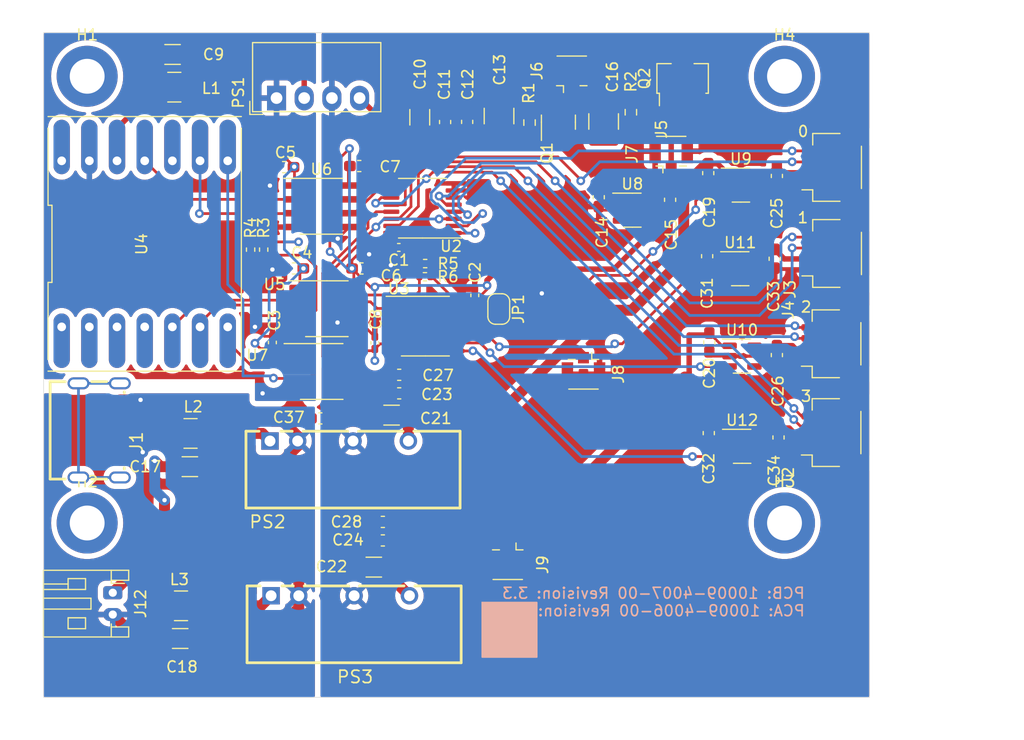
<source format=kicad_pcb>
(kicad_pcb (version 20221018) (generator pcbnew)
  (layers (0 "F.Cu" signal) (31 "B.Cu" signal) (34 "B.Paste" user) (35 "F.Paste" user) (36 "B.SilkS" user "B.Silkscreen") (37 "F.SilkS" user "F.Silkscreen") (38 "B.Mask" user) (39 "F.Mask" user) (44 "Edge.Cuts" user))
  (net 0 "")
  (net 1 "GND")
  (net 2 "Net-(PS1-+Vout)")
  (net 3 "Net-(Q1-B)")
  (net 4 "Net-(J7-In)")
  (net 5 "Net-(Q2-B)")
  (net 6 "/uart_power/power_in")
  (net 7 "/uart_power/gnd_in")
  (net 8 "Net-(J9-In)")
  (net 9 "VD")
  (net 10 "/A")
  (net 11 "/B")
  (net 12 "GNDPWR")
  (net 13 "Net-(J6-In)")
  (net 14 "Net-(J8-In)")
  (net 15 "Net-(PS1-+Vin)")
  (net 16 "Net-(PS3-+Vin)")
  (net 17 "/sda_mc")
  (net 18 "/scl_mc")
  (net 19 "/B_mc")
  (net 20 "/A_mc")
  (net 24 "Net-(PS2-+Vin)")
  (net 27 "/tx_mc")
  (net 28 "/rx_mc")
  (net 37 "/Vout0")
  (net 38 "/Vout2")
  (net 39 "/Vout1")
  (net 40 "/Vout3")
  (net 41 "/X0")
  (net 42 "/X1")
  (net 43 "/Y1")
  (net 44 "/X2")
  (net 45 "/Y2")
  (net 46 "/X3")
  (net 47 "/Y3")
  (net 48 "/Y0")
  (net 49 "/ena3")
  (net 50 "/ena2")
  (net 51 "/ena1")
  (net 52 "/ena0")
  (net 53 "VCC")
  (net 54 "Net-(JP1-A)")
  (net 55 "/scl")
  (net 56 "/sda")
  (net 57 "unconnected-(J1-SHIELD-Pad0)")
  (net 60 "/Sheet626DA5AD/rx")
  (net 61 "/Sheet626DA5AD/tx")
  (footprint "Capacitor_SMD:C_0402_1005Metric_Pad0.74x0.62mm_HandSolder" (layer "F.Cu") (at 120.601191 79.70925 180)
    (fp_text reference "C1")
    (fp_text value "100nF_0402")
  )
  (footprint "Connector_JST:JST_SH_SM04B-SRSS-TB_1x04-1MP_P1.00mm_Horizontal" (layer "F.Cu") (at 160.375 72.3625 90)
    (fp_text reference "J5")
    (fp_text value "JST_SH_Conn_01x04_i2c_uart_horizontal")
  )
  (footprint "Connector_JST:JST_SH_SM04B-SRSS-TB_1x04-1MP_P1.00mm_Horizontal" (layer "F.Cu") (at 160.375 80.2625 90)
    (fp_text reference "J3")
    (fp_text value "JST_SH_Conn_01x04_i2c_uart_horizontal")
  )
  (footprint "Connector_JST:JST_SH_SM04B-SRSS-TB_1x04-1MP_P1.00mm_Horizontal" (layer "F.Cu") (at 160.325 88.55 90)
    (fp_text reference "J4")
    (fp_text value "JST_SH_Conn_01x04_i2c_uart_horizontal")
  )
  (footprint "Connector_JST:JST_SH_SM04B-SRSS-TB_1x04-1MP_P1.00mm_Horizontal" (layer "F.Cu") (at 160.325 96.7 90)
    (fp_text reference "J2")
    (fp_text value "JST_SH_Conn_01x04_i2c_uart_horizontal")
  )
  (footprint "Connector_Coaxial:U.FL_Hirose_U.FL-R-SMT-1_Vertical" (layer "F.Cu") (at 145.6 71.35 90)
    (fp_text reference "J7")
    (fp_text value "Conn_Coaxial")
  )
  (footprint "Package_SO:TSSOP-16_4.4x5mm_P0.65mm" (layer "F.Cu") (at 122.776191 76.10925 180)
    (fp_text reference "U2")
    (fp_text value "4052")
  )
  (footprint "Capacitor_SMD:C_0603_1608Metric_Pad1.08x0.95mm_HandSolder" (layer "F.Cu") (at 110.975 81.6375 180)
    (fp_text reference "C4")
    (fp_text value "100nF")
  )
  (footprint "Capacitor_SMD:C_0603_1608Metric_Pad1.08x0.95mm_HandSolder" (layer "F.Cu") (at 117.175 81.6375 180)
    (fp_text reference "C6")
    (fp_text value "100nF")
  )
  (footprint "Capacitor_SMD:C_0603_1608Metric_Pad1.08x0.95mm_HandSolder" (layer "F.Cu") (at 116.975 72.2375 180)
    (fp_text reference "C7")
    (fp_text value "100nF")
  )
  (footprint "Capacitor_SMD:C_0603_1608Metric_Pad1.08x0.95mm_HandSolder" (layer "F.Cu") (at 110.075 72.3375 180)
    (fp_text reference "C5")
    (fp_text value "100nF")
  )
  (footprint "Connector_Coaxial:U.FL_Hirose_U.FL-R-SMT-1_Vertical" (layer "F.Cu") (at 136.475 63.98 90)
    (fp_text reference "J6")
    (fp_text value "Conn_Coaxial")
  )
  (footprint "MountingHole:MountingHole_3.2mm_M3_DIN965_Pad" (layer "F.Cu") (at 92 64)
    (fp_text reference "H1")
    (fp_text value "MountingHole")
  )
  (footprint "MountingHole:MountingHole_3.2mm_M3_DIN965_Pad" (layer "F.Cu") (at 92 105)
    (fp_text reference "H2")
    (fp_text value "MountingHole")
  )
  (footprint "Package_SO:TSSOP-16_4.4x5mm_P0.65mm" (layer "F.Cu") (at 123.038691 86.93425)
    (fp_text reference "U3")
    (fp_text value "PCA8550PW,112")
  )
  (footprint "Jumper:SolderJumper-2_P1.3mm_Open_RoundedPad1.0x1.5mm" (layer "F.Cu") (at 129.776191 85.35925 -90)
    (fp_text reference "JP1")
    (fp_text value "SolderJumper_2_Open")
  )
  (footprint "Capacitor_SMD:C_0603_1608Metric_Pad1.08x0.95mm_HandSolder" (layer "F.Cu") (at 126.875 68.1875 -90)
    (fp_text reference "C12")
    (fp_text value "10nF")
  )
  (footprint "Capacitor_SMD:C_0603_1608Metric_Pad1.08x0.95mm_HandSolder" (layer "F.Cu") (at 119.1375 106.6)
    (fp_text reference "C24")
    (fp_text value "100nF")
  )
  (footprint "Resistor_SMD:R_0603_1608Metric_Pad0.98x0.95mm_HandSolder" (layer "F.Cu") (at 141.9 67.3 -90)
    (fp_text reference "R2")
    (fp_text value "1K")
  )
  (footprint "Package_TO_SOT_SMD:SOT-23-5" (layer "F.Cu") (at 152 73.9875)
    (fp_text reference "U9")
    (fp_text value "LP5907MFX-3.3")
  )
  (footprint "Capacitor_SMD:C_0603_1608Metric_Pad1.08x0.95mm_HandSolder" (layer "F.Cu") (at 120.6375 91.4)
    (fp_text reference "C27")
    (fp_text value "10nF")
  )
  (footprint "Connector_JST:JST_PH_S2B-PH-K_1x02_P2.00mm_Horizontal" (layer "F.Cu") (at 94.35 111.4 -90)
    (fp_text reference "J12")
    (fp_text value "JST-B2B-PH-0JLC")
  )
  (footprint "Resistor_SMD:R_0402_1005Metric" (layer "F.Cu") (at 123 82.4 180)
    (fp_text reference "R6")
    (fp_text value "4.7K")
  )
  (footprint "Capacitor_SMD:C_1206_3216Metric_Pad1.33x1.80mm_HandSolder" (layer "F.Cu") (at 99.8375 62)
    (fp_text reference "C9")
    (fp_text value "4.7uF_1206_50V")
  )
  (footprint "0my_footprints7:PWRM-TH_B0505S-2WR2_C2992385" (layer "F.Cu") (at 115.13 97.475)
    (fp_text reference "PS2")
    (fp_text value "B0505S-2WR2" hide)
  )
  (footprint "Resistor_SMD:R_0402_1005Metric" (layer "F.Cu") (at 123.02 81.19 180)
    (fp_text reference "R5")
    (fp_text value "4.7K")
  )
  (footprint "Capacitor_SMD:C_0603_1608Metric_Pad1.08x0.95mm_HandSolder" (layer "F.Cu") (at 148.9 80.5125 -90)
    (fp_text reference "C31")
    (fp_text value "1uF")
  )
  (footprint "Inductor_SMD:L_1210_3225Metric_Pad1.42x2.65mm_HandSolder" (layer "F.Cu") (at 100.6125 112.6 180)
    (fp_text reference "L3")
    (fp_text value "6.8uH")
  )
  (footprint "Capacitor_SMD:C_1206_3216Metric_Pad1.33x1.80mm_HandSolder" (layer "F.Cu") (at 118.3075 109.05 180)
    (fp_text reference "C22")
    (fp_text value "10uF_1206_50V")
  )
  (footprint "Package_TO_SOT_SMD:SOT-89-3" (layer "F.Cu") (at 146.65 64.2 90)
    (fp_text reference "Q2")
    (fp_text value "ZXTN2010ZTA")
  )
  (footprint "Package_TO_SOT_SMD:SOT-23-5" (layer "F.Cu") (at 152.1125 97.9625)
    (fp_text reference "U12")
    (fp_text value "LP5907MFX-3.3")
  )
  (footprint "Inductor_SMD:L_1210_3225Metric_Pad1.42x2.65mm_HandSolder" (layer "F.Cu") (at 101.4875 96.78 180)
    (fp_text reference "L2")
    (fp_text value "6.8uH")
  )
  (footprint "MountingHole:MountingHole_3.2mm_M3_DIN965_Pad" (layer "F.Cu") (at 156 64)
    (fp_text reference "H4")
    (fp_text value "MountingHole")
  )
  (footprint "Connector_Coaxial:U.FL_Hirose_U.FL-R-SMT-1_Vertical" (layer "F.Cu") (at 137.55 90.875 -90)
    (fp_text reference "J8")
    (fp_text value "Conn_Coaxial")
  )
  (footprint "Converter_DCDC:Converter_DCDC_Murata_MEE1SxxxxSC_THT" (layer "F.Cu") (at 109.38 66 90)
    (fp_text reference "PS1")
    (fp_text value "B0305S")
  )
  (footprint "Capacitor_SMD:C_0603_1608Metric_Pad1.08x0.95mm_HandSolder" (layer "F.Cu") (at 119.1375 104.9)
    (fp_text reference "C28")
    (fp_text value "10nF")
  )
  (footprint "Capacitor_SMD:C_0603_1608Metric_Pad1.08x0.95mm_HandSolder" (layer "F.Cu") (at 149.1 88.425 -90)
    (fp_text reference "C20")
    (fp_text value "1uF")
  )
  (footprint "Capacitor_SMD:C_0402_1005Metric_Pad0.74x0.62mm_HandSolder" (layer "F.Cu") (at 127.576191 84.10925 90)
    (fp_text reference "C2")
    (fp_text value "100nF_0402")
  )
  (footprint "Package_SO:SOIC-8_3.9x4.9mm_P1.27mm" (layer "F.Cu") (at 113.5 75.9325)
    (fp_text reference "U6")
    (fp_text value "PI120")
  )
  (footprint "Package_SO:SOIC-8_3.9x4.9mm_P1.27mm" (layer "F.Cu") (at 114 85.3325)
    (fp_text reference "U5")
    (fp_text value "ISO1541")
  )
  (footprint "Capacitor_SMD:C_1210_3225Metric_Pad1.33x2.70mm_HandSolder" (layer "F.Cu") (at 129.8 67.65 90)
    (fp_text reference "C13")
    (fp_text value "47uF")
  )
  (footprint "Resistor_SMD:R_0402_1005Metric" (layer "F.Cu") (at 108.2 79.91 90)
    (fp_text reference "R3")
    (fp_text value "4.7K")
  )
  (footprint "Capacitor_SMD:C_0603_1608Metric_Pad1.08x0.95mm_HandSolder" (layer "F.Cu") (at 149.05 96.75 -90)
    (fp_text reference "C32")
    (fp_text value "1uF")
  )
  (footprint "Resistor_SMD:R_0603_1608Metric_Pad0.98x0.95mm_HandSolder" (layer "F.Cu") (at 132.6 68.25 -90)
    (fp_text reference "R1")
    (fp_text value "1K")
  )
  (footprint "Package_TO_SOT_SMD:SOT-23-5" (layer "F.Cu") (at 142.0375 76.2875)
    (fp_text reference "U8")
    (fp_text value "LP5907MFX-3.3")
  )
  (footprint "0my_footprints7:DIP-XIAO-QTPY" (layer "F.Cu") (at 97.28 79.38)
    (fp_text reference "U4")
    (fp_text value "seeed_rp2040")
  )
  (footprint "Resistor_SMD:R_0402_1005Metric" (layer "F.Cu") (at 107 79.91 90)
    (fp_text reference "R4")
    (fp_text value "4.7K")
  )
  (footprint "Capacitor_SMD:C_1206_3216Metric_Pad1.33x1.80mm_HandSolder" (layer "F.Cu") (at 101.425 99.83)
    (fp_text reference "C17")
    (fp_text value "4.7uF_1206_50V")
  )
  (footprint "Capacitor_SMD:C_0603_1608Metric_Pad1.08x0.95mm_HandSolder" (layer "F.Cu") (at 155.1 80.75 -90)
    (fp_text reference "C33")
    (fp_text value "1uF")
  )
  (footprint "0my_footprints6:USB-C-SMD_TYPE-603-T3" (layer "F.Cu") (at 93.103 96.5 -90)
    (fp_text reference "J1")
    (fp_text value "USB_C_TYPE_603_T3" hide)
  )
  (footprint "Capacitor_SMD:C_0603_1608Metric_Pad1.08x0.95mm_HandSolder" (layer "F.Cu") (at 138.95 75.1 -90)
    (fp_text reference "C14")
    (fp_text value "1uF")
  )
  (footprint "Capacitor_SMD:C_1210_3225Metric_Pad1.33x2.70mm_HandSolder" (layer "F.Cu") (at 139.4 68.15 90)
    (fp_text reference "C16")
    (fp_text value "47uF")
  )
  (footprint "Package_TO_SOT_SMD:SOT-23-5" (layer "F.Cu") (at 152.1 89.6875)
    (fp_text reference "U10")
    (fp_text value "LP5907MFX-3.3")
  )
  (footprint "Inductor_SMD:L_1210_3225Metric_Pad1.42x2.65mm_HandSolder" (layer "F.Cu") (at 100 65 180)
    (fp_text reference "L1")
    (fp_text value "6.8uH")
  )
  (footprint "Capacitor_SMD:C_0402_1005Metric_Pad0.74x0.62mm_HandSolder" (layer "F.Cu") (at 118.4 88.4675 90)
    (fp_text reference "C8")
    (fp_text value "100nF_0402")
  )
  (footprint "0my_footprints7:PWRM-TH_B0505S-2WR2_C2992385" (layer "F.Cu") (at 115.23 111.675)
    (fp_text reference "PS3")
    (fp_text value "B0505S-2WR2" hide)
  )
  (footprint "Capacitor_SMD:C_0603_1608Metric_Pad1.08x0.95mm_HandSolder" (layer "F.Cu") (at 124.85 68.2 -90)
    (fp_text reference "C11")
    (fp_text value "100nF")
  )
  (footprint "Package_SO:SOIC-8_3.9x4.9mm_P1.27mm" (layer "F.Cu") (at 113.525 91.095)
    (fp_text reference "U7")
    (fp_text value "PI121")
  )
  (footprint "Package_TO_SOT_SMD:SOT-23-5" (layer "F.Cu") (at 151.9375 81.6625)
    (fp_text reference "U11")
    (fp_text value "LP5907MFX-3.3")
  )
  (footprint "Package_TO_SOT_SMD:SOT-23" (layer "F.Cu") (at 135.25 68.2125 90)
    (fp_text reference "Q1")
    (fp_text value "BC847C")
  )
  (footprint "Capacitor_SMD:C_0603_1608Metric_Pad1.08x0.95mm_HandSolder" (layer "F.Cu") (at 155.3 89.5875 -90)
    (fp_text reference "C26")
    (fp_text value "1uF")
  )
  (footprint "Capacitor_SMD:C_0603_1608Metric_Pad1.08x0.95mm_HandSolder" (layer "F.Cu") (at 149 72.8875 -90)
    (fp_text reference "C19")
    (fp_text value "1uF")
  )
  (footprint "Capacitor_SMD:C_1206_3216Metric_Pad1.33x1.80mm_HandSolder" (layer "F.Cu") (at 100.5375 115.6)
    (fp_text reference "C18")
    (fp_text value "4.7uF_1206_50V")
  )
  (footprint "Capacitor_SMD:C_0603_1608Metric_Pad1.08x0.95mm_HandSolder" (layer "F.Cu") (at 155.3 73.15 -90)
    (fp_text reference "C25")
    (fp_text value "1uF")
  )
  (footprint "Connector_Coaxial:U.FL_Hirose_U.FL-R-SMT-1_Vertical" (layer "F.Cu") (at 130.6 108.35 -90)
    (fp_text reference "J9")
    (fp_text value "Conn_Coaxial")
  )
  (footprint "Capacitor_SMD:C_0603_1608Metric_Pad1.08x0.95mm_HandSolder" (layer "F.Cu") (at 113.4 95.4)
    (fp_text reference "C37")
    (fp_text value "1nF")
  )
  (footprint "MountingHole:MountingHole_3.2mm_M3_DIN965_Pad" (layer "F.Cu") (at 156 105)
    (fp_text reference "H3")
    (fp_text value "MountingHole")
  )
  (footprint "Capacitor_SMD:C_1206_3216Metric_Pad1.33x1.80mm_HandSolder" (layer "F.Cu") (at 122.525 67.7625 90)
    (fp_text reference "C10")
    (fp_text value "10uF_1206_50V")
  )
  (footprint "Capacitor_SMD:C_0603_1608Metric_Pad1.08x0.95mm_HandSolder" (layer "F.Cu") (at 145.5 75.3375 -90)
    (fp_text reference "C15")
    (fp_text value "1uF")
  )
  (footprint "Capacitor_SMD:C_0603_1608Metric_Pad1.08x0.95mm_HandSolder" (layer "F.Cu") (at 120.6375 93.1)
    (fp_text reference "C23")
    (fp_text value "100nF")
  )
  (footprint "Capacitor_SMD:C_0402_1005Metric_Pad0.74x0.62mm_HandSolder" (layer "F.Cu") (at 109 88.4325 90)
    (fp_text reference "C3")
    (fp_text value "100nF_0402")
  )
  (footprint "Capacitor_SMD:C_1206_3216Metric_Pad1.33x1.80mm_HandSolder" (layer "F.Cu") (at 119.9375 95.1 180)
    (fp_text reference "C21")
    (fp_text value "10uF_1206_50V")
  )
  (footprint "Capacitor_SMD:C_0603_1608Metric_Pad1.08x0.95mm_HandSolder" (layer "F.Cu") (at 155.45 97.15 -90)
    (fp_text reference "C34")
    (fp_text value "1uF")
  )
  (gr_rect (start 128.26 112.3) (end 133.26 117.3) (stroke (width 0.15)) (fill solid) (layer "B.SilkS"))
  (gr_rect (start 88 60) (end 163.8 121) (stroke (width 0.05)) (fill none) (layer "Edge.Cuts"))
  (gr_text "PCB: 10009-4007-00 Revision: 3.3\nPCA: 10009-4006-00 Revision: " (at 157.95 113.64) (layer "B.SilkS") (effects (font (size 1 1)) (justify left bottom mirror)))
  (gr_text "1\n" (at 157.11 77.5625) (layer "F.SilkS") (effects (font (size 1 1)) (justify left bottom)))
  (gr_text "0" (at 157.13 69.65) (layer "F.SilkS") (effects (font (size 1 1)) (justify left bottom)))
  (gr_text "3" (at 157.41 93.95) (layer "F.SilkS") (effects (font (size 1 1)) (justify left bottom)))
  (gr_text "2\n" (at 157.41 85.76) (layer "F.SilkS") (effects (font (size 1 1)) (justify left bottom)))
  (segment (start 118.05 81.6375) (end 119.575 81.6375) (width 0.25) (layer "F.Cu") (net 1))
  (segment (start 115.975 77.9245) (end 114.9995 78.9) (width 0.25) (layer "F.Cu") (net 1))
  (segment (start 119.575 81.6375) (end 119.875 81.3375) (width 0.25) (layer "F.Cu") (net 1))
  (segment (start 150.8625 73.9875) (end 149.2375 73.9875) (width 0.5) (layer "F.Cu") (net 1))
  (segment (start 154.5375 89.6875) (end 155.3 90.45) (width 0.25) (layer "F.Cu") (net 1))
  (segment (start 129.176191 86.60925) (end 125.901191 86.60925) (width 0.25) (layer "F.Cu") (net 1))
  (segment (start 149.5 89.6875) (end 149.1 89.2875) (width 0.25) (layer "F.Cu") (net 1))
  (segment (start 150.9625 89.6875) (end 154.5375 89.6875) (width 0.25) (layer "F.Cu") (net 1))
  (segment (start 115.612 87.2375) (end 114.9745 86.6) (width 0.25) (layer "F.Cu") (net 1))
  (segment (start 115.975 77.8375) (end 115.975 77.9245) (width 0.25) (layer "F.Cu") (net 1))
  (segment (start 116.475 87.2375) (end 115.612 87.2375) (width 0.25) (layer "F.Cu") (net 1))
  (segment (start 118.05 81.6375) (end 118.05 80.5125) (width 0.25) (layer "F.Cu") (net 1))
  (segment (start 150.8 81.6625) (end 149.1875 81.6625) (width 0.5) (layer "F.Cu") (net 1))
  (segment (start 118.05 80.5125) (end 117.875 80.3375) (width 0.25) (layer "F.Cu") (net 1))
  (segment (start 116.475 87.2375) (end 117.7375 87.2375) (width 0.25) (layer "F.Cu") (net 1))
  (segment (start 149.2375 73.9875) (end 149 73.75) (width 0.5) (layer "F.Cu") (net 1))
  (segment (start 117.7375 87.2375) (end 118.4 87.9) (width 0.25) (layer "F.Cu") (net 1))
  (segment (start 139.275 76.2875) (end 138.95 75.9625) (width 0.25) (layer "F.Cu") (net 1))
  (segment (start 149.05 97.6125) (end 148.2625 97.6125) (width 0.25) (layer "F.Cu") (net 1))
  (segment (start 150.9625 89.6875) (end 149.5 89.6875) (width 0.25) (layer "F.Cu") (net 1))
  (segment (start 149.1875 81.6625) (end 148.9 81.375) (width 0.5) (layer "F.Cu") (net 1))
  (segment (start 129.776191 86.00925) (end 129.176191 86.60925) (width 0.25) (layer "F.Cu") (net 1))
  (segment (start 140.9 76.2875) (end 139.275 76.2875) (width 0.25) (layer "F.Cu") (net 1))
  (via (at 114.9745 86.6) (size 0.8) (drill 0.4) (layers "F.Cu" "B.Cu") (net 1))
  (via (at 114.9995 78.9) (size 0.8) (drill 0.4) (layers "F.Cu" "B.Cu") (net 1))
  (via (at 133.725 83.925) (size 0.8) (drill 0.4) (layers "F.Cu" "B.Cu") (net 1))
  (via (at 119.875 81.3375) (size 0.8) (drill 0.4) (layers "F.Cu" "B.Cu") (net 1))
  (via (at 117.875 80.3375) (size 0.8) (drill 0.4) (layers "F.Cu" "B.Cu") (net 1))
  (segment (start 117.225451 79.687951) (end 117.225451 77.449951) (width 0.25) (layer "B.Cu") (net 1))
  (segment (start 117.875 80.3375) (end 117.225451 79.687951) (width 0.25) (layer "B.Cu") (net 1))
  (segment (start 135.1875 67.3375) (end 135.25 67.275) (width 0.5) (layer "F.Cu") (net 2))
  (segment (start 126.8625 69.0625) (end 126.875 69.05) (width 0.5) (layer "F.Cu") (net 2))
  (segment (start 128.325 67.6) (end 132.3375 67.6) (width 0.5) (layer "F.Cu") (net 2))
  (segment (start 132.3375 67.6) (end 132.6 67.3375) (width 0.5) (layer "F.Cu") (net 2))
  (segment (start 124.5875 69.325) (end 124.85 69.0625) (width 0.5) (layer "F.Cu") (net 2))
  (segment (start 122.525 69.325) (end 124.5875 69.325) (width 0.5) (layer "F.Cu") (net 2))
  (segment (start 122.45 69.4) (end 122.525 69.325) (width 0.5) (layer "F.Cu") (net 2))
  (segment (start 132.6 67.3375) (end 135.1875 67.3375) (width 0.5) (layer "F.Cu") (net 2))
  (segment (start 120.4 69.4) (end 122.45 69.4) (width 0.5) (layer "F.Cu") (net 2))
  (segment (start 124.85 69.0625) (end 126.8625 69.0625) (width 0.5) (layer "F.Cu") (net 2))
  (segment (start 117 66) (end 120.4 69.4) (width 0.5) (layer "F.Cu") (net 2))
  (segment (start 126.875 69.05) (end 128.325 67.6) (width 0.5) (layer "F.Cu") (net 2))
  (segment (start 134.2375 69.2125) (end 134.3 69.15) (width 0.5) (layer "F.Cu") (net 3))
  (segment (start 129.8 69.2125) (end 134.2375 69.2125) (width 0.5) (layer "F.Cu") (net 3))
  (segment (start 138.95 74.2375) (end 139.8 74.2375) (width 0.5) (layer "F.Cu") (net 4))
  (segment (start 143.7625 74.2375) (end 139.8 74.2375) (width 0.5) (layer "F.Cu") (net 4))
  (segment (start 139.8 74.2375) (end 140.9 75.3375) (width 0.5) (layer "F.Cu") (net 4))
  (segment (start 145.6 72.4) (end 143.7625 74.2375) (width 0.5) (layer "F.Cu") (net 4))
  (segment (start 141.461028 75.3375) (end 142.0125 75.888972) (width 0.5) (layer "F.Cu") (net 4))
  (segment (start 138.4625 74.2375) (end 138.95 74.2375) (width 0.5) (layer "F.Cu") (net 4))
  (segment (start 148.15 66.15) (end 148.15 67.3) (width 0.5) (layer "F.Cu") (net 4))
  (segment (start 140.9 75.3375) (end 141.461028 75.3375) (width 0.5) (layer "F.Cu") (net 4))
  (segment (start 148.15 67.3) (end 145.6 69.85) (width 0.5) (layer "F.Cu") (net 4))
  (segment (start 142.0125 76.686028) (end 141.461028 77.2375) (width 0.5) (layer "F.Cu") (net 4))
  (segment (start 142.0125 75.888972) (end 142.0125 76.686028) (width 0.5) (layer "F.Cu") (net 4))
  (segment (start 141.461028 77.2375) (end 140.9 77.2375) (width 0.5) (layer "F.Cu") (net 4))
  (segment (start 145.6 69.85) (end 145.6 72.4) (width 0.5) (layer "F.Cu") (net 4))
  (segment (start 139.4 69.7125) (end 140.4 69.7125) (width 0.5) (layer "F.Cu") (net 5))
  (segment (start 145.125 66.15) (end 145.15 66.15) (width 0.5) (layer "F.Cu") (net 5))
  (segment (start 140.4 69.7125) (end 141.9 68.2125) (width 0.5) (layer "F.Cu") (net 5))
  (segment (start 143.0625 68.2125) (end 145.125 66.15) (width 0.5) (layer "F.Cu") (net 5))
  (segment (start 141.9 68.2125) (end 143.0625 68.2125) (width 0.5) (layer "F.Cu") (net 5))
  (segment (start 96.9 97.1) (end 95.98 98.02) (width 0.25) (layer "F.Cu") (net 6))
  (segment (start 96.9 95.9) (end 96.9 96.8) (width 0.25) (layer "F.Cu") (net 6))
  (segment (start 95.98 98.02) (end 95.001 98.02) (width 0.25) (layer "F.Cu") (net 6))
  (segment (start 95.004 94.98) (end 95.98 94.98) (width 0.25) (layer "F.Cu") (net 6))
  (segment (start 99.1 106.65) (end 94.35 111.4) (width 1) (layer "F.Cu") (net 6))
  (segment (start 100 96.78) (end 96.92 96.78) (width 1) (layer "F.Cu") (net 6))
  (segment (start 96.9 96.8) (end 96.9 97.1) (width 0.25) (layer "F.Cu") (net 6))
  (segment (start 99.8625 99.83) (end 98.73 99.83) (width 1) (layer "F.Cu") (net 6))
  (segment (start 98.975 112.75) (end 99.125 112.6) (width 1) (layer "F.Cu") (net 6))
  (segment (start 100 99.6925) (end 99.8625 99.83) (width 1) (layer "F.Cu") (net 6))
  (segment (start 96.92 96.78) (end 96.9 96.8) (width 1) (layer "F.Cu") (net 6))
  (segment (start 99.1 102.9) (end 99.1 106.65) (width 1) (layer "F.Cu") (net 6))
  (segment (start 95.98 94.98) (end 96.9 95.9) (width 0.25) (layer "F.Cu") (net 6))
  (segment (start 100 96.78) (end 100 99.6925) (width 1) (layer "F.Cu") (net 6))
  (segment (start 99.1 102.9) (end 99.1 112.575) (width 1) (layer "F.Cu") (net 6))
  (segment (start 98.975 115.6) (end 98.975 112.75) (width 1) (layer "F.Cu") (net 6))
  (segment (start 99.1 112.575) (end 99.125 112.6) (width 1) (layer "F.Cu") (net 6))
  (segment (start 98.73 99.83) (end 98.2 99.3) (width 1) (layer "F.Cu") (net 6))
  (via (at 98.2 99.3) (size 0.8) (drill 0.4) (layers "F.Cu" "B.Cu") (net 6))
  (via (at 99.1 102.9) (size 0.8) (drill 0.4) (layers "F.Cu" "B.Cu") (net 6))
  (segment (start 98.2 102) (end 99.1 102.9) (width 1) (layer "B.Cu") (net 6))
  (segment (start 98.2 99.3) (end 98.2 102) (width 1) (layer "B.Cu") (net 6))
  (segment (start 92.5 97.698) (end 94.052 99.25) (width 0.25) (layer "F.Cu") (net 7))
  (segment (start 111.42 101.825) (end 109.425 99.83) (width 1) (layer "F.Cu") (net 7))
  (segment (start 102.1 115.6) (end 100.5 117.2) (width 1) (layer "F.Cu") (net 7))
  (segment (start 102.9875 99.83) (end 109.425 99.83) (width 1) (layer "F.Cu") (net 7))
  (segment (start 104.4 94.4) (end 105.4 95.4) (width 1) (layer "F.Cu") (net 7))
  (segment (start 95.95 99.25) (end 95.002 99.25) (width 1) (layer "F.Cu") (net 7))
  (segment (start 96.9 93.7) (end 95.052 93.7) (width 1) (layer "F.Cu") (net 7))
  (segment (start 111.42 111.675) (end 111.42 101.825) (width 1) (layer "F.Cu") (net 7))
  (segment (start 95.002 93.75) (end 94.052 93.75) (width 0.25) (layer "F.Cu") (net 7))
  (segment (start 111.32 97.02) (end 111.32 97.475) (width 1) (layer "F.Cu") (net 7))
  (segment (start 98.15 117.2) (end 94.35 113.4) (width 1) (layer "F.Cu") (net 7))
  (segment (start 96.7 98.5) (end 97.1 98.5) (width 1) (layer "F.Cu") (net 7))
  (segment (start 98.3 94.4) (end 104.4 94.4) (width 1) (layer "F.Cu") (net 7))
  (segment (start 97.6 93.7) (end 98.3 94.4) (width 1) (layer "F.Cu") (net 7))
  (segment (start 109.7 95.4) (end 111.32 97.02) (width 1) (layer "F.Cu") (net 7))
  (segment (start 102.9875 99.83) (end 101.3875 101.43) (width 1) (layer "F.Cu") (net 7))
  (segment (start 100.5 117.2) (end 98.15 117.2) (width 1) (layer "F.Cu") (net 7))
  (segment (start 94.052 99.25) (end 95.002 99.25) (width 0.25) (layer "F.Cu") (net 7))
  (segment (start 98.13 101.43) (end 95.95 99.25) (width 1) (layer "F.Cu") (net 7))
  (segment (start 95.95 99.25) (end 96.7 98.5) (width 1) (layer "F.Cu") (net 7))
  (segment (start 102.1 115.6) (end 108.62637 115.6) (width 1) (layer "F.Cu") (net 7))
  (segment (start 94.052 93.75) (end 92.5 95.302) (width 0.25) (layer "F.Cu") (net 7))
  (segment (start 96.9 93.7) (end 97.6 93.7) (width 1) (layer "F.Cu") (net 7))
  (segment (start 95.052 93.7) (end 95.002 93.75) (width 1) (layer "F.Cu") (net 7))
  (segment (start 109.425 99.83) (end 111.32 97.935) (width 1) (layer "F.Cu") (net 7))
  (segment (start 105.4 95.4) (end 109.7 95.4) (width 1) (layer "F.Cu") (net 7))
  (segment (start 108.62637 115.6) (end 111.42 112.80637) (width 1) (layer "F.Cu") (net 7))
  (segment (start 111.32 97.935) (end 111.32 97.475) (width 1) (layer "F.Cu") (net 7))
  (segment (start 111.42 112.80637) (end 111.42 111.675) (width 1) (layer "F.Cu") (net 7))
  (segment (start 92.5 95.302) (end 92.5 97.698) (width 0.25) (layer "F.Cu") (net 7))
  (segment (start 101.3875 101.43) (end 98.13 101.43) (width 1) (layer "F.Cu") (net 7))
  (via (at 97.1 98.5) (size 0.8) (drill 0.4) (layers "F.Cu" "B.Cu") (net 7))
  (via (at 96.9 93.7) (size 0.8) (drill 0.4) (layers "F.Cu" "B.Cu") (net 7))
  (segment (start 97.1 98.5) (end 97.1 93.9) (width 1) (layer "B.Cu") (net 7))
  (segment (start 97.1 93.9) (end 96.9 93.7) (width 1) (layer "B.Cu") (net 7))
  (segment (start 132.625 105.825) (end 146.2875 92.1625) (width 1) (layer "F.Cu") (net 8))
  (segment (start 150.275 88.7375) (end 149.1 87.5625) (width 0.25) (layer "F.Cu") (net 8))
  (segment (start 127.825 105.825) (end 130.5 105.825) (width 1) (layer "F.Cu") (net 8))
  (segment (start 147.775 94.6125) (end 147.775 92.525) (width 0.5) (layer "F.Cu") (net 8))
  (segment (start 147.775 92.525) (end 146.85 91.6) (width 0.5) (layer "F.Cu") (net 8))
  (segment (start 130.5 105.825) (end 130.5 107.2) (width 1) (layer "F.Cu") (net 8))
  (segment (start 146.2875 92.1625) (end 146.85 91.6) (width 1) (layer "F.Cu") (net 8))
  (segment (start 147.25 91.2) (end 146.2875 92.1625) (width 0.5) (layer "F.Cu") (net 8))
  (segment (start 147.25 87.75) (end 148.9125 87.75) (width 0.5) (layer "F.Cu") (net 8))
  (segment (start 149.05 95.8875) (end 147.775 94.6125) (width 0.5) (layer "F.Cu") (net 8))
  (segment (start 147.25 87.75) (end 147.25 91.2) (width 0.5) (layer "F.Cu") (net 8))
  (segment (start 150.9625 88.7375) (end 150.275 88.7375) (width 0.25) (layer "F.Cu") (net 8))
  (segment (start 120 104.9) (end 126.9 104.9) (width 1) (layer "F.Cu") (net 8))
  (segment (start 148.9125 87.75) (end 149.1 87.5625) (width 0.5) (layer "F.Cu") (net 8))
  (segment (start 149.05 95.8875) (end 149.85 95.8875) (width 0.5) (layer "F.Cu") (net 8))
  (segment (start 120 110.095) (end 121.58 111.675) (width 1) (layer "F.Cu") (net 8))
  (segment (start 130.5 107.2) (end 130.6 107.3) (width 1) (layer "F.Cu") (net 8))
  (segment (start 126.9 104.9) (end 127.825 105.825) (width 1) (layer "F.Cu") (net 8))
  (segment (start 149.85 95.8875) (end 150.975 97.0125) (width 0.5) (layer "F.Cu") (net 8))
  (segment (start 130.5 105.825) (end 132.625 105.825) (width 1) (layer "F.Cu") (net 8))
  (segment (start 120 104.9) (end 120 110.095) (width 1) (layer "F.Cu") (net 8))
  (segment (start 111.05 89.19) (end 109.19 89.19) (width 0.25) (layer "F.Cu") (net 9))
  (segment (start 98.375 61.6) (end 98.375 64.8625) (width 0.5) (layer "F.Cu") (net 9))
  (segment (start 98.5125 66.2125) (end 98.5125 65) (width 0.25) (layer "F.Cu") (net 9))
  (segment (start 111.025 74.0275) (end 111.025 72.4125) (width 0.25) (layer "F.Cu") (net 9))
  (segment (start 108 79.2) (end 107.8 79.4) (width 0.25) (layer "F.Cu") (net 9))
  (segment (start 107.8 79.4) (end 108.2 79.4) (width 0.25) (layer "F.Cu") (net 9))
  (segment (start 94.74 68.7725) (end 98.5125 65) (width 0.5) (layer "F.Cu") (net 9))
  (segment (start 107 79.4) (end 107.8 79.4) (width 0.25) (layer "F.Cu") (net 9))
  (segment (start 111.025 72.4125) (end 110.95 72.3375) (width 0.25) (layer "F.Cu") (net 9))
  (segment (start 94.74 71.76) (end 94.74 68.7725) (width 0.5) (layer "F.Cu") (net 9))
  (segment (start 110.9625 72.3375) (end 111 72.3) (width 0.25) (layer "F.Cu") (net 9))
  (segment (start 110.95 72.3375) (end 110.9625 72.3375) (width 0.25) (layer "F.Cu") (net 9))
  (segment (start 111.525 81.9625) (end 111.85 81.6375) (width 0.25) (layer "F.Cu") (net 9))
  (segment (start 107.9 89) (end 107.4 88.5) (width 0.25) (layer "F.Cu") (net 9))
  (segment (start 98.375 64.8625) (end 98.5125 65) (width 0.5) (layer "F.Cu") (net 9))
  (segment (start 105.4 66.7) (end 99.2 66.7) (width 0.25) (layer "F.Cu") (net 9))
  (segment (start 109 89) (end 107.9 89) (width 0.25) (layer "F.Cu") (net 9))
  (segment (start 99.2 66.7) (end 99.1 66.8) (width 0.25) (layer "F.Cu") (net 9))
  (segment (start 99.1 66.8) (end 98.5125 66.2125) (width 0.25) (layer "F.Cu") (net 9))
  (segment (start 111 72.3) (end 105.4 66.7) (width 0.25) (layer "F.Cu") (net 9))
  (segment (start 109.19 89.19) (end 109 89) (width 0.25) (layer "F.Cu") (net 9))
  (segment (start 111.4 79.2) (end 108 79.2) (width 0.25) (layer "F.Cu") (net 9))
  (segment (start 111.525 83.4275) (end 111.525 81.9625) (width 0.25) (layer "F.Cu") (net 9))
  (via (at 111.85 81.6375) (size 0.8) (drill 0.4) (layers "F.Cu" "B.Cu") (net 9))
  (via (at 107.4 88.5) (size 0.8) (drill 0.4) (layers "F.Cu" "B.Cu") (net 9))
  (via (at 111 72.3) (size 0.8) (drill 0.4) (layers "F.Cu" "B.Cu") (net 9))
  (via (at 111.4 79.2) (size 0.8) (drill 0.4) (layers "F.Cu" "B.Cu") (net 9))
  (segment (start 108.7 83.5) (end 109.2 83) (width 0.25) (layer "B.Cu") (net 9))
  (segment (start 110.1 79.2) (end 110.1 79.8875) (width 0.25) (layer "B.Cu") (net 9))
  (segment (start 110.4875 83) (end 111.85 81.6375) (width 0.25) (layer "B.Cu") (net 9))
  (segment (start 107.4 88.5) (end 108.7 87.2) (width 0.25) (layer "B.Cu") (net 9))
  (segment (start 109.2 83) (end 110.4875 83) (width 0.25) (layer "B.Cu") (net 9))
  (segment (start 110.1 73.2) (end 110.1 79.2) (width 0.25) (layer "B.Cu") (net 9))
  (segment (start 111 72.3) (end 110.1 73.2) (width 0.25) (layer "B.Cu") (net 9))
  (segment (start 110.1 79.2) (end 111.4 79.2) (width 0.25) (layer "B.Cu") (net 9))
  (segment (start 108.7 87.2) (end 108.7 83.5) (width 0.25) (layer "B.Cu") (net 9))
  (segment (start 110.1 79.8875) (end 111.85 81.6375) (width 0.25) (layer "B.Cu") (net 9))
  (segment (start 119.913691 74.48425) (end 118.61575 74.48425) (width 0.25) (layer "F.Cu") (net 10))
  (segment (start 118.61575 74.48425) (end 116.5325 76.5675) (width 0.25) (layer "F.Cu") (net 10))
  (segment (start 116.5325 76.5675) (end 115.975 76.5675) (width 0.25) (layer "F.Cu") (net 10))
  (segment (start 116.7025 75.2975) (end 118.1 73.9) (width 0.25) (layer "F.Cu") (net 11))
  (segment (start 115.975 75.2975) (end 116.7025 75.2975) (width 0.25) (layer "F.Cu") (net 11))
  (segment (start 118.1 73.9) (end 119.847941 73.9) (width 0.25) (layer "F.Cu") (net 11))
  (segment (start 119.847941 73.9) (end 119.913691 73.83425) (width 0.25) (layer "F.Cu") (net 11))
  (segment (start 106.475 73.8375) (end 108.575 73.8375) (width 0.25) (layer "F.Cu") (net 12))
  (segment (start 106.475 73.8375) (end 107.975 72.3375) (width 0.25) (layer "F.Cu") (net 12))
  (segment (start 111.525 87.2375) (end 109.6275 87.2375) (width 0.25) (layer "F.Cu") (net 12))
  (segment (start 108.265 87.865) (end 107.4 87) (width 0.25) (layer "F.Cu") (net 12))
  (segment (start 111.05 93) (end 108.2 93) (width 0.25) (layer "F.Cu") (net 12))
  (segment (start 108.2 93) (end 108.1 93.1) (width 0.25) (layer "F.Cu") (net 12))
  (segment (start 109 87.865) (end 108.265 87.865) (width 0.25) (layer "F.Cu") (net 12))
  (segment (start 109 81.7375) (end 110 81.7375) (width 0.25) (layer "F.Cu") (net 12))
  (segment (start 107.975 72.3375) (end 109.2 72.3375) (width 0.25) (layer "F.Cu") (net 12))
  (segment (start 109.6275 87.2375) (end 109 87.865) (width 0.25) (layer "F.Cu") (net 12))
  (segment (start 108.575 73.8375) (end 108.775 74.0375) (width 0.25) (layer "F.Cu") (net 12))
  (via (at 109 81.7375) (size 0.8) (drill 0.4) (layers "F.Cu" "B.Cu") (net 12))
  (via (at 107.4 87) (size 0.8) (drill 0.4) (layers "F.Cu" "B.Cu") (net 12))
  (via (at 108.775 74.0375) (size 0.8) (drill 0.4) (layers "F.Cu" "B.Cu") (net 12))
  (via (at 108.1 93.1) (size 0.8) (drill 0.4) (layers "F.Cu" "B.Cu") (net 12))
  (segment (start 108.775 74.0375) (end 109.174999 74.437499) (width 0.25) (layer "B.Cu") (net 12))
  (segment (start 109.174999 74.437499) (end 109.174999 81.562501) (width 0.25) (layer "B.Cu") (net 12))
  (segment (start 109.174999 81.562501) (end 109 81.7375) (width 0.25) (layer "B.Cu") (net 12))
  (segment (start 136.2 69.15) (end 136.2 65.305) (width 0.5) (layer "F.Cu") (net 13))
  (segment (start 146.65 65.65) (end 146.65 66.0625) (width 0.5) (layer "F.Cu") (net 13))
  (segment (start 136.2 65.305) (end 136.475 65.03) (width 0.5) (layer "F.Cu") (net 13))
  (segment (start 144.75 63.75) (end 146.65 65.65) (width 0.5) (layer "F.Cu") (net 13))
  (segment (start 141.9 66.2) (end 144.35 63.75) (width 0.5) (layer "F.Cu") (net 13))
  (segment (start 137.25 68.1) (end 140.552728 68.1) (width 0.5) (layer "F.Cu") (net 13))
  (segment (start 140.552728 68.1) (end 141.9 66.752728) (width 0.5) (layer "F.Cu") (net 13))
  (segment (start 136.2 69.15) (end 137.25 68.1) (width 0.5) (layer "F.Cu") (net 13))
  (segment (start 141.9 66.752728) (end 141.9 66.3875) (width 0.5) (layer "F.Cu") (net 13))
  (segment (start 144.35 63.75) (end 144.75 63.75) (width 0.5) (layer "F.Cu") (net 13))
  (segment (start 141.9 66.3875) (end 141.9 66.2) (width 0.5) (layer "F.Cu") (net 13))
  (segment (start 147.5 79.7625) (end 148.7875 79.7625) (width 0.5) (layer "F.Cu") (net 14))
  (segment (start 146.75 74.130094) (end 148.855094 72.025) (width 1) (layer "F.Cu") (net 14))
  (segment (start 148.9 79.65) (end 149.7375 79.65) (width 0.5) (layer "F.Cu") (net 14))
  (segment (start 121.48 97.475) (end 121.48 91.42) (width 1) (layer "F.Cu") (net 14))
  (segment (start 149.85 72.025) (end 150.8625 73.0375) (width 0.5) (layer "F.Cu") (net 14))
  (segment (start 135.6625 89.1375) (end 136.8625 89.1375) (width 1) (layer "F.Cu") (net 14))
  (segment (start 136.8625 89.1375) (end 137.55 89.825) (width 1) (layer "F.Cu") (net 14))
  (segment (start 141.975 85.475) (end 146.75 80.7) (width 1) (layer "F.Cu") (net 14))
  (segment (start 148.7875 79.7625) (end 148.9 79.65) (width 0.5) (layer "F.Cu") (net 14))
  (segment (start 146.75 79.7625) (end 146.75 74.130094) (width 1) (layer "F.Cu") (net 14))
  (segment (start 121.5 91.4) (end 122.0125 91.4) (width 1) (layer "F.Cu") (net 14))
  (segment (start 149 72.025) (end 149.85 72.025) (width 0.5) (layer "F.Cu") (net 14))
  (segment (start 146.75 79.7625) (end 147.5 79.7625) (width 1) (layer "F.Cu") (net 14))
  (segment (start 135.6625 89.1375) (end 139.325 85.475) (width 1) (layer "F.Cu") (net 14))
  (segment (start 129.45625 95.34375) (end 135.6625 89.1375) (width 1) (layer "F.Cu") (net 14))
  (segment (start 149.7375 79.65) (end 150.8 80.7125) (width 0.5) (layer "F.Cu") (net 14))
  (segment (start 122.0125 91.4) (end 125.95625 95.34375) (width 1) (layer "F.Cu") (net 14))
  (segment (start 139.325 85.475) (end 141.975 85.475) (width 1) (layer "F.Cu") (net 14))
  (segment (start 148.855094 72.025) (end 149 72.025) (width 1) (layer "F.Cu") (net 14))
  (segment (start 121.48 91.42) (end 121.5 91.4) (width 1) (layer "F.Cu") (net 14))
  (segment (start 125.95625 95.34375) (end 129.45625 95.34375) (width 1) (layer "F.Cu") (net 14))
  (segment (start 146.75 80.7) (end 146.75 79.7625) (width 1) (layer "F.Cu") (net 14))
  (segment (start 105 65) (end 106.9 63.1) (width 0.5) (layer "F.Cu") (net 15))
  (segment (start 111 63.1) (end 111.92 64.02) (width 0.5) (layer "F.Cu") (net 15))
  (segment (start 106.9 63.1) (end 111 63.1) (width 0.5) (layer "F.Cu") (net 15))
  (segment (start 101.4875 65) (end 105 65) (width 0.5) (layer "F.Cu") (net 15))
  (segment (start 111.92 64.02) (end 111.92 66) (width 0.5) (layer "F.Cu") (net 15))
  (segment (start 102.1 112.6) (end 107.955 112.6) (width 1) (layer "F.Cu") (net 16))
  (segment (start 107.955 112.6) (end 108.88 111.675) (width 1) (layer "F.Cu") (net 16))
  (segment (start 111.525 84.6975) (end 111.3775 84.55) (width 0.25) (layer "F.Cu") (net 17))
  (segment (start 107 80.42) (end 107 84.55) (width 0.25) (layer "F.Cu") (net 17))
  (segment (start 102.27 84.55) (end 99.82 87) (width 0.25) (layer "F.Cu") (net 17))
  (segment (start 107 84.55) (end 102.27 84.55) (width 0.25) (layer "F.Cu") (net 17))
  (segment (start 111.3775 84.55) (end 107 84.55) (width 0.25) (layer "F.Cu") (net 17))
  (segment (start 102.36 86.64) (end 104 85) (width 0.25) (layer "F.Cu") (net 18))
  (segment (start 107.9675 85.9675) (end 111.525 85.9675) (width 0.25) (layer "F.Cu") (net 18))
  (segment (start 113 81.460424) (end 111.959576 80.42) (width 0.25) (layer "F.Cu") (net 18))
  (segment (start 112.499999 85.9675) (end 113 85.467499) (width 0.25) (layer "F.Cu") (net 18))
  (segment (start 111.525 85.9675) (end 112.499999 85.9675) (width 0.25) (layer "F.Cu") (net 18))
  (segment (start 102.36 87) (end 102.36 86.64) (width 0.25) (layer "F.Cu") (net 18))
  (segment (start 107 85) (end 107.9675 85.9675) (width 0.25) (layer "F.Cu") (net 18))
  (segment (start 113 85.467499) (end 113 81.460424) (width 0.25) (layer "F.Cu") (net 18))
  (segment (start 111.959576 80.42) (end 108.2 80.42) (width 0.25) (layer "F.Cu") (net 18))
  (segment (start 104 85) (end 107 85) (width 0.25) (layer "F.Cu") (net 18))
  (segment (start 100.8175 75.2975) (end 97.28 71.76) (width 0.25) (layer "F.Cu") (net 19))
  (segment (start 111.025 75.2975) (end 100.8175 75.2975) (width 0.25) (layer "F.Cu") (net 19))
  (segment (start 110.9925 76.6) (end 111.025 76.5675) (width 0.25) (layer "F.Cu") (net 20))
  (segment (start 102.3 76.6) (end 110.9925 76.6) (width 0.25) (layer "F.Cu") (net 20))
  (via (at 102.3 76.6) (size 0.8) (drill 0.4) (layers "F.Cu" "B.Cu") (net 20))
  (segment (start 102.36 76.54) (end 102.3 76.6) (width 0.25) (layer "B.Cu") (net 20))
  (segment (start 102.36 71.76) (end 102.36 76.54) (width 0.25) (layer "B.Cu") (net 20))
  (segment (start 108.085 96.78) (end 108.78 97.475) (width 1) (layer "F.Cu") (net 24))
  (segment (start 102.975 96.78) (end 108.085 96.78) (width 1) (layer "F.Cu") (net 24))
  (segment (start 107.04 90.46) (end 111.05 90.46) (width 0.25) (layer "F.Cu") (net 27))
  (segment (start 104.9 87) (end 104.9 88.4) (width 0.25) (layer "F.Cu") (net 27))
  (segment (start 107 90.5) (end 107.04 90.46) (width 0.25) (layer "F.Cu") (net 27))
  (segment (start 104.9 88.4) (end 107 90.5) (width 0.25) (layer "F.Cu") (net 27))
  (segment (start 109.13 91.73) (end 109.1 91.7) (width 0.25) (layer "F.Cu") (net 28))
  (segment (start 111.05 91.73) (end 109.13 91.73) (width 0.25) (layer "F.Cu") (net 28))
  (via (at 109.1 91.7) (size 0.8) (drill 0.4) (layers "F.Cu" "B.Cu") (net 28))
  (segment (start 104.9 83.1) (end 106.3 84.5) (width 0.25) (layer "B.Cu") (net 28))
  (segment (start 108.9 91.5) (end 109.1 91.7) (width 0.25) (layer "B.Cu") (net 28))
  (segment (start 104.9 83.1) (end 104.9 71.76) (width 0.25) (layer "B.Cu") (net 28))
  (segment (start 106.3 84.5) (end 106.3 91.5) (width 0.25) (layer "B.Cu") (net 28))
  (segment (start 106.3 91.5) (end 108.9 91.5) (width 0.25) (layer "B.Cu") (net 28))
  (segment (start 153.1375 73.0375) (end 154.55 73.0375) (width 0.5) (layer "F.Cu") (net 37))
  (segment (start 155.3 72.2875) (end 155.875 72.8625) (width 0.5) (layer "F.Cu") (net 37))
  (segment (start 154.55 73.0375) (end 155.3 72.2875) (width 0.5) (layer "F.Cu") (net 37))
  (segment (start 155.875 72.8625) (end 158.375 72.8625) (width 0.5) (layer "F.Cu") (net 37))
  (segment (start 157.05 89.05) (end 156.725 88.725) (width 0.5) (layer "F.Cu") (net 38))
  (segment (start 153.2375 88.7375) (end 155.2875 88.7375) (width 0.25) (layer "F.Cu") (net 38))
  (segment (start 155.2875 88.7375) (end 155.3 88.725) (width 0.25) (layer "F.Cu") (net 38))
  (segment (start 159.175 89.05) (end 157.05 89.05) (width 0.5) (layer "F.Cu") (net 38))
  (segment (start 156.725 88.725) (end 155.3 88.725) (width 0.5) (layer "F.Cu") (net 38))
  (segment (start 155.1 79.8875) (end 155.975 80.7625) (width 0.5) (layer "F.Cu") (net 39))
  (segment (start 153.075 80.7125) (end 154.275 80.7125) (width 0.5) (layer "F.Cu") (net 39))
  (segment (start 155.975 80.7625) (end 158.375 80.7625) (width 0.5) (layer "F.Cu") (net 39))
  (segment (start 154.275 80.7125) (end 155.1 79.8875) (width 0.5) (layer "F.Cu") (net 39))
  (segment (start 153.25 97.0125) (end 154.725 97.0125) (width 0.5) (layer "F.Cu") (net 40))
  (segment (start 157.35 97.2) (end 156.4375 96.2875) (width 0.5) (layer "F.Cu") (net 40))
  (segment (start 159.175 97.2) (end 157.35 97.2) (width 0.5) (layer "F.Cu") (net 40))
  (segment (start 154.725 97.0125) (end 155.45 96.2875) (width 0.5) (layer "F.Cu") (net 40))
  (segment (start 156.4375 96.2875) (end 155.45 96.2875) (width 0.5) (layer "F.Cu") (net 40))
  (segment (start 158.375 71.8625) (end 156.7125 71.8625) (width 0.25) (layer "F.Cu") (net 41))
  (segment (start 119.913691 75.78425) (end 120.602232 75.78425) (width 0.25) (layer "F.Cu") (net 41))
  (segment (start 121.2 72.927208) (end 122.727208 71.4) (width 0.25) (layer "F.Cu") (net 41))
  (segment (start 156.7125 71.8625) (end 156.7 71.85) (width 0.25) (layer "F.Cu") (net 41))
  (segment (start 120.602232 75.78425) (end 120.617982 75.8) (width 0.25) (layer "F.Cu") (net 41))
  (segment (start 135.2 71.4) (end 137.3 73.5) (width 0.25) (layer "F.Cu") (net 41))
  (segment (start 121.2 75.8) (end 121.2 72.927208) (width 0.25) (layer "F.Cu") (net 41))
  (segment (start 122.727208 71.4) (end 135.2 71.4) (width 0.25) (layer "F.Cu") (net 41))
  (segment (start 120.617982 75.8) (end 121.2 75.8) (width 0.25) (layer "F.Cu") (net 41))
  (via (at 156.7 71.85) (size 0.8) (drill 0.4) (layers "F.Cu" "B.Cu") (net 41))
  (via (at 137.3 73.6) (size 0.8) (drill 0.4) (layers "F.Cu" "B.Cu") (net 41))
  (segment (start 156.7 71.85) (end 139.05 71.85) (width 0.25) (layer "B.Cu") (net 41))
  (segment (start 139.05 71.85) (end 137.3 73.6) (width 0.25) (layer "B.Cu") (net 41))
  (segment (start 122.913604 71.85) (end 133.2 71.85) (width 0.25) (layer "F.Cu") (net 42))
  (segment (start 156.7125 79.7625) (end 156.7 79.75) (width 0.25) (layer "F.Cu") (net 42))
  (segment (start 119.913691 77.08425) (end 120.602232 77.08425) (width 0.25) (layer "F.Cu") (net 42))
  (segment (start 133.2 71.85) (end 134.95 73.6) (width 0.25) (layer "F.Cu") (net 42))
  (segment (start 158.375 79.7625) (end 156.7125 79.7625) (width 0.25) (layer "F.Cu") (net 42))
  (segment (start 120.602232 77.08425) (end 121.718198 75.968284) (width 0.25) (layer "F.Cu") (net 42))
  (segment (start 121.718198 73.045406) (end 122.913604 71.85) (width 0.25) (layer "F.Cu") (net 42))
  (segment (start 121.718198 75.968284) (end 121.718198 73.045406) (width 0.25) (layer "F.Cu") (net 42))
  (via (at 134.95 73.6) (size 0.8) (drill 0.4) (layers "F.Cu" "B.Cu") (net 42))
  (via (at 156.7 79.75) (size 0.8) (drill 0.4) (layers "F.Cu" "B.Cu") (net 42))
  (segment (start 153.7 85.95) (end 156.7 82.95) (width 0.25) (layer "B.Cu") (net 42))
  (segment (start 134.95 73.6) (end 147.3 85.95) (width 0.25) (layer "B.Cu") (net 42))
  (segment (start 156.7 82.95) (end 156.7 79.75) (width 0.25) (layer "B.Cu") (net 42))
  (segment (start 147.3 85.95) (end 153.7 85.95) (width 0.25) (layer "B.Cu") (net 42))
  (segment (start 156.6 79.85) (end 156.7 79.75) (width 0.25) (layer "B.Cu") (net 42))
  (segment (start 158.375 78.7625) (end 156.7125 78.7625) (width 0.25) (layer "F.Cu") (net 43))
  (segment (start 124.95015 75.78425) (end 124.302823 75.136923) (width 0.25) (layer "F.Cu") (net 43))
  (segment (start 125.638691 75.78425) (end 124.95015 75.78425) (width 0.25) (layer "F.Cu") (net 43))
  (segment (start 124.302823 75.136923) (end 124.302823 74.994464) (width 0.25) (layer "F.Cu") (net 43))
  (segment (start 156.7125 78.7625) (end 156.7 78.75) (width 0.25) (layer "F.Cu") (net 43))
  (via (at 124.302823 74.994464) (size 0.8) (drill 0.4) (layers "F.Cu" "B.Cu") (net 43))
  (via (at 156.7 78.75) (size 0.8) (drill 0.4) (layers "F.Cu" "B.Cu") (net 43))
  (segment (start 156.225 78.75) (end 155.675 79.3) (width 0.25) (layer "B.Cu") (net 43))
  (segment (start 125.132744 74.994464) (end 124.302823 74.994464) (width 0.25) (layer "B.Cu") (net 43))
  (segment (start 134.475 71.975) (end 128.152208 71.975) (width 0.25) (layer "B.Cu") (net 43))
  (segment (start 156.7 78.75) (end 156.225 78.75) (width 0.25) (layer "B.Cu") (net 43))
  (segment (start 147.3 84.8) (end 134.475 71.975) (width 0.25) (layer "B.Cu") (net 43))
  (segment (start 153.65 84.8) (end 147.3 84.8) (width 0.25) (layer "B.Cu") (net 43))
  (segment (start 128.152208 71.975) (end 125.132744 74.994464) (width 0.25) (layer "B.Cu") (net 43))
  (segment (start 155.675 82.775) (end 153.65 84.8) (width 0.25) (layer "B.Cu") (net 43))
  (segment (start 155.675 79.3) (end 155.675 82.775) (width 0.25) (layer "B.Cu") (net 43))
  (segment (start 122.4 73) (end 123.1 72.3) (width 0.25) (layer "F.Cu") (net 44))
  (segment (start 119.913691 77.73425) (end 120.602232 77.73425) (width 0.25) (layer "F.Cu") (net 44))
  (segment (start 157.073309 88.05) (end 156.921956 87.898647) (width 0.25) (layer "F.Cu") (net 44))
  (segment (start 120.602232 77.73425) (end 122.4 75.936482) (width 0.25) (layer "F.Cu") (net 44))
  (segment (start 123.1 72.3) (end 131.15 72.3) (width 0.25) (layer "F.Cu") (net 44))
  (segment (start 158.325 88.05) (end 157.073309 88.05) (width 0.25) (layer "F.Cu") (net 44))
  (segment (start 131.15 72.3) (end 132.45 73.6) (width 0.25) (layer "F.Cu") (net 44))
  (segment (start 122.4 75.936482) (end 122.4 73) (width 0.25) (layer "F.Cu") (net 44))
  (via (at 156.921956 87.898647) (size 0.8) (drill 0.4) (layers "F.Cu" "B.Cu") (net 44))
  (via (at 132.45 73.6) (size 0.8) (drill 0.4) (layers "F.Cu" "B.Cu") (net 44))
  (segment (start 156.921956 87.898647) (end 146.748647 87.898647) (width 0.25) (layer "B.Cu") (net 44))
  (segment (start 146.748647 87.898647) (end 132.45 73.6) (width 0.25) (layer "B.Cu") (net 44))
  (segment (start 125.638691 77.73425) (end 126.906004 77.73425) (width 0.25) (layer "F.Cu") (net 45))
  (segment (start 158.325 87.05) (end 157.105277 87.05) (width 0.25) (layer "F.Cu") (net 45))
  (segment (start 157.105277 87.05) (end 156.954967 86.89969) (width 0.25) (layer "F.Cu") (net 45))
  (segment (start 126.906004 77.73425) (end 128.040254 76.6) (width 0.25) (layer "F.Cu") (net 45))
  (via (at 128.3 76.6) (size 0.8) (drill 0.4) (layers "F.Cu" "B.Cu") (net 45))
  (via (at 156.954967 86.89969) (size 0.8) (drill 0.4) (layers "F.Cu" "B.Cu") (net 45))
  (segment (start 146.99969 86.89969) (end 133.7 73.6) (width 0.25) (layer "B.Cu") (net 45))
  (segment (start 132.525 72.425) (end 133.7 73.6) (width 0.25) (layer "B.Cu") (net 45))
  (segment (start 125.6 75.163604) (end 128.338604 72.425) (width 0.25) (layer "B.Cu") (net 45))
  (segment (start 128.3 76.6) (end 127.47633 77.42367) (width 0.25) (layer "B.Cu") (net 45))
  (segment (start 125.6 76.5) (end 125.6 75.163604) (width 0.25) (layer "B.Cu") (net 45))
  (segment (start 126.52367 77.42367) (end 125.6 76.5) (width 0.25) (layer "B.Cu") (net 45))
  (segment (start 128.338604 72.425) (end 132.525 72.425) (width 0.25) (layer "B.Cu") (net 45))
  (segment (start 127.47633 77.42367) (end 126.52367 77.42367) (width 0.25) (layer "B.Cu") (net 45))
  (segment (start 156.954967 86.89969) (end 146.99969 86.89969) (width 0.25) (layer "B.Cu") (net 45))
  (segment (start 129.95 73.6) (end 129.15 72.8) (width 0.25) (layer "F.Cu") (net 46))
  (segment (start 158.325 96.2) (end 157.55 96.2) (width 0.25) (layer "F.Cu") (net 46))
  (segment (start 118.990348 75.13425) (end 118.47373 75.650868) (width 0.25) (layer "F.Cu") (net 46))
  (segment (start 129.15 72.8) (end 123.7245 72.8) (width 0.25) (layer "F.Cu") (net 46))
  (segment (start 123.7245 72.8) (end 123.1245 73.4) (width 0.25) (layer "F.Cu") (net 46))
  (segment (start 157.55 96.2) (end 156.85 95.5) (width 0.25) (layer "F.Cu") (net 46))
  (segment (start 119.913691 75.13425) (end 118.990348 75.13425) (width 0.25) (layer "F.Cu") (net 46))
  (via (at 123.1245 73.4) (size 0.8) (drill 0.4) (layers "F.Cu" "B.Cu") (net 46))
  (via (at 156.85 95.5) (size 0.8) (drill 0.4) (layers "F.Cu" "B.Cu") (net 46))
  (via (at 129.95 73.6) (size 0.8) (drill 0.4) (layers "F.Cu" "B.Cu") (net 46))
  (via (at 118.47373 75.650868) (size 0.8) (drill 0.4) (layers "F.Cu" "B.Cu") (net 46))
  (segment (start 120.873632 75.650868) (end 123.1245 73.4) (width 0.25) (layer "B.Cu") (net 46))
  (segment (start 150.849294 89.5) (end 145.85 89.5) (width 0.25) (layer "B.Cu") (net 46))
  (segment (start 156.85 95.5) (end 156.849294 95.5) (width 0.25) (layer "B.Cu") (net 46))
  (segment (start 145.85 89.5) (end 129.95 73.6) (width 0.25) (layer "B.Cu") (net 46))
  (segment (start 156.849294 95.5) (end 150.849294 89.5) (width 0.25) (layer "B.Cu") (net 46))
  (segment (start 118.47373 75.650868) (end 120.873632 75.650868) (width 0.25) (layer "B.Cu") (net 46))
  (segment (start 158.325 95.2) (end 157.574599 95.2) (width 0.25) (layer "F.Cu") (net 47))
  (segment (start 157.574599 95.2) (end 156.862548 94.487949) (width 0.25) (layer "F.Cu") (net 47))
  (segment (start 125.638691 76.43425) (end 126.73425 76.43425) (width 0.25) (layer "F.Cu") (net 47))
  (segment (start 126.73425 76.43425) (end 126.916279 76.616279) (width 0.25) (layer "F.Cu") (net 47))
  (segment (start 126.916279 76.616279) (end 126.916279 76.69867) (width 0.25) (layer "F.Cu") (net 47))
  (via (at 156.862548 94.487949) (size 0.8) (drill 0.4) (layers "F.Cu" "B.Cu") (net 47))
  (via (at 126.916279 76.69867) (size 0.8) (drill 0.4) (layers "F.Cu" "B.Cu") (net 47))
  (segment (start 131.175 73.575) (end 131.2 73.6) (width 0.25) (layer "B.Cu") (net 47))
  (segment (start 151.074599 88.7) (end 146.3 88.7) (width 0.25) (layer "B.Cu") (net 47))
  (segment (start 126.848865 76.69867) (end 126.1 75.949805) (width 0.25) (layer "B.Cu") (net 47))
  (segment (start 156.862548 94.487949) (end 151.074599 88.7) (width 0.25) (layer "B.Cu") (net 47))
  (segment (start 126.1 75.949805) (end 126.1 75.3) (width 0.25) (layer "B.Cu") (net 47))
  (segment (start 126.1 75.3) (end 128.525 72.875) (width 0.25) (layer "B.Cu") (net 47))
  (segment (start 126.916279 76.69867) (end 126.848865 76.69867) (width 0.25) (layer "B.Cu") (net 47))
  (segment (start 130.475 72.875) (end 131.175 73.575) (width 0.25) (layer "B.Cu") (net 47))
  (segment (start 128.525 72.875) (end 130.475 72.875) (width 0.25) (layer "B.Cu") (net 47))
  (segment (start 146.3 88.7) (end 131.175 73.575) (width 0.25) (layer "B.Cu") (net 47))
  (segment (start 126.342981 78.4) (end 127.6 78.4) (width 0.25) (layer "F.Cu") (net 48))
  (segment (start 156.7 70.85) (end 158.3625 70.85) (width 0.25) (layer "F.Cu") (net 48))
  (segment (start 126.327231 78.38425) (end 126.342981 78.4) (width 0.25) (layer "F.Cu") (net 48))
  (segment (start 158.3625 70.85) (end 158.375 70.8625) (width 0.25) (layer "F.Cu") (net 48))
  (segment (start 125.638691 78.38425) (end 126.327231 78.38425) (width 0.25) (layer "F.Cu") (net 48))
  (via (at 156.7 70.85) (size 0.8) (drill 0.4) (layers "F.Cu" "B.Cu") (net 48))
  (via (at 127.6 78.4) (size 0.8) (drill 0.4) (layers "F.Cu" "B.Cu") (net 48))
  (segment (start 136.425 71.525) (end 137.1 70.85) (width 0.25) (layer "B.Cu") (net 48))
  (segment (start 127.6 78.4) (end 126.863604 78.4) (width 0.25) (layer "B.Cu") (net 48))
  (segment (start 137.1 70.85) (end 156.7 70.85) (width 0.25) (layer "B.Cu") (net 48))
  (segment (start 123.577823 75.294769) (end 123.577823 74.694159) (width 0.25) (layer "B.Cu") (net 48))
  (segment (start 123.577823 74.694159) (end 126.746982 71.525) (width 0.25) (layer "B.Cu") (net 48))
  (segment (start 126.746982 71.525) (end 136.425 71.525) (width 0.25) (layer "B.Cu") (net 48))
  (segment (start 124.183068 75.719464) (end 124.002518 75.719464) (width 0.25) (layer "B.Cu") (net 48))
  (segment (start 124.002518 75.719464) (end 123.577823 75.294769) (width 0.25) (layer "B.Cu") (net 48))
  (segment (start 126.863604 78.4) (end 124.183068 75.719464) (width 0.25) (layer "B.Cu") (net 48))
  (segment (start 125.901191 89.20925) (end 127.39075 89.20925) (width 0.25) (layer "F.Cu") (net 49))
  (segment (start 147.55 98.9) (end 150.9625 98.9) (width 0.25) (layer "F.Cu") (net 49))
  (segment (start 150.9625 98.9) (end 150.975 98.9125) (width 0.25) (layer "F.Cu") (net 49))
  (segment (start 127.39075 89.20925) (end 127.4 89.2) (width 0.25) (layer "F.Cu") (net 49))
  (via (at 127.4 89.2) (size 0.8) (drill 0.4) (layers "F.Cu" "B.Cu") (net 49))
  (via (at 147.55 98.9) (size 0.8) (drill 0.4) (layers "F.Cu" "B.Cu") (net 49))
  (segment (start 137.375 98.9) (end 147.55 98.9) (width 0.25) (layer "B.Cu") (net 49))
  (segment (start 127.675 89.2) (end 137.375 98.9) (width 0.25) (layer "B.Cu") (net 49))
  (segment (start 127.4 89.2) (end 127.675 89.2) (width 0.25) (layer "B.Cu") (net 49))
  (segment (start 128.069278 88.475) (end 128.213329 88.619051) (width 0.25) (layer "F.Cu") (net 50))
  (segment (start 150.95 90.65) (end 150.9625 90.6375) (width 0.25) (layer "F.Cu") (net 50))
  (segment (start 125.901191 88.55925) (end 125.985441 88.475) (width 0.25) (layer "F.Cu") (net 50))
  (segment (start 128.069278 88.475) (end 128.075 88.475) (width 0.25) (layer "F.Cu") (net 50))
  (segment (start 125.985441 88.475) (end 128.069278 88.475) (width 0.25) (layer "F.Cu") (net 50))
  (segment (start 148.2745 90.65) (end 150.95 90.65) (width 0.25) (layer "F.Cu") (net 50))
  (segment (start 128.075 88.475) (end 128.975 89.375) (width 0.25) (layer "F.Cu") (net 50))
  (via (at 148.2745 90.65) (size 0.8) (drill 0.4) (layers "F.Cu" "B.Cu") (net 50))
  (via (at 128.975 89.375) (size 0.8) (drill 0.4) (layers "F.Cu" "B.Cu") (net 50))
  (segment (start 128.975 89.375) (end 130.25 90.65) (width 0.25) (layer "B.Cu") (net 50))
  (segment (start 130.25 90.65) (end 148.2745 90.65) (width 0.25) (layer "B.Cu") (net 50))
  (segment (start 141.1 88.55) (end 140.425 88.55) (width 0.25) (layer "F.Cu") (net 51))
  (segment (start 128.894051 87.894051) (end 129 88) (width 0.25) (layer "F.Cu") (net 51))
  (segment (start 129 88) (end 129.825 88.825) (width 0.25) (layer "F.Cu") (net 51))
  (segment (start 150.7625 82.65) (end 150.8 82.6125) (width 0.25) (layer "F.Cu") (net 51))
  (segment (start 125.91639 87.894051) (end 128.894051 87.894051) (width 0.25) (layer "F.Cu") (net 51))
  (segment (start 125.901191 87.90925) (end 125.91639 87.894051) (width 0.25) (layer "F.Cu") (net 51))
  (segment (start 147 82.65) (end 141.1 88.55) (width 0.25) (layer "F.Cu") (net 51))
  (segment (start 147 82.65) (end 150.7625 82.65) (width 0.25) (layer "F.Cu") (net 51))
  (via (at 140.425 88.55) (size 0.8) (drill 0.4) (layers "F.Cu" "B.Cu") (net 51))
  (via (at 129.825 88.825) (size 0.8) (drill 0.4) (layers "F.Cu" "B.Cu") (net 51))
  (segment (start 129.825 88.825) (end 140.15 88.825) (width 0.25) (layer "B.Cu") (net 51))
  (segment (start 140.15 88.825) (end 140.425 88.55) (width 0.25) (layer "B.Cu") (net 51))
  (segment (start 138.525 82.275) (end 133.54075 87.25925) (width 0.25) (layer "F.Cu") (net 52))
  (segment (start 148.25 75.05) (end 150.75 75.05) (width 0.25) (layer "F.Cu") (net 52))
  (segment (start 148.25 75.05) (end 147.85 75.45) (width 0.25) (layer "F.Cu") (net 52))
  (segment (start 133.54075 87.25925) (end 125.901191 87.25925) (width 0.25) (layer "F.Cu") (net 52))
  (segment (start 150.75 75.05) (end 150.8625 74.9375) (width 0.25) (layer "F.Cu") (net 52))
  (segment (start 141.725 82.275) (end 138.525 82.275) (width 0.25) (layer "F.Cu") (net 52))
  (segment (start 147.85 75.45) (end 147.85 76.25) (width 0.25) (layer "F.Cu") (net 52))
  (segment (start 143.925 80.075) (end 141.725 82.275) (width 0.25) (layer "F.Cu") (net 52))
  (via (at 143.925 80.075) (size 0.8) (drill 0.4) (layers "F.Cu" "B.Cu") (net 52))
  (via (at 147.85 76.25) (size 0.8) (drill 0.4) (layers "F.Cu" "B.Cu") (net 52))
  (segment (start 147.85 76.25) (end 144.025 80.075) (width 0.25) (layer "B.Cu") (net 52))
  (segment (start 144.025 80.075) (end 143.925 80.075) (width 0.25) (layer "B.Cu") (net 52))
  (segment (start 118.245 89.19) (end 118.4 89.035) (width 0.25) (layer "F.Cu") (net 53))
  (segment (start 144.2875 75.475) (end 144.2875 77.7625) (width 0.5) (layer "F.Cu") (net 53))
  (segment (start 116.075 70.6375) (end 116.075 72.2125) (width 0.25) (layer "F.Cu") (net 53))
  (segment (start 128.7 82.725) (end 128.7 83.2) (width 0.5) (layer "F.Cu") (net 53))
  (segment (start 116.475 83.4275) (end 116.475 81.8125) (width 0.25) (layer "F.Cu") (net 53))
  (segment (start 144.15 75.3375) (end 144.6375 75.3375) (width 0.5) (layer "F.Cu") (net 53))
  (segment (start 125.901191 84.65925) (end 127.558691 84.65925) (width 0.25) (layer "F.Cu") (net 53))
  (segment (start 127.558691 84.65925) (end 127.576191 84.67675) (width 0.25) (layer "F.Cu") (net 53))
  (segment (start 114.275 72.4375) (end 114.275 80.1375) (width 0.25) (layer "F.Cu") (net 53))
  (segment (start 118.87575 88.55925) (end 120.176191 88.55925) (width 0.25) (layer "F.Cu") (net 53))
  (segment (start 119.726191 78.57175) (end 119.913691 78.38425) (width 0.25) (layer "F.Cu") (net 53))
  (segment (start 118.4 89.035) (end 118.87575 88.55925) (width 0.25) (layer "F.Cu") (net 53))
  (segment (start 116.3 81.6375) (end 118.0105 83.348) (width 0.25) (layer "F.Cu") (net 53))
  (segment (start 117.574695 79.6125) (end 116.3 80.887195) (width 0.25) (layer "F.Cu") (net 53))
  (segment (start 143.175 75.3375) (end 144.15 75.3375) (width 0.5) (layer "F.Cu") (net 53))
  (segment (start 127.576191 84.67675) (end 128.7 83.552941) (width 0.25) (layer "F.Cu") (net 53))
  (segment (start 128.7 83.552941) (end 128.7 83.2) (width 0.25) (layer "F.Cu") (net 53))
  (segment (start 116.1 70.6625) (end 116.075 70.6375) (width 0.25) (layer "F.Cu") (net 53))
  (segment (start 115.975 72.3625) (end 116.1 72.2375) (width 0.25) (layer "F.Cu") (net 53))
  (segment (start 144.6375 75.3375) (end 145.5 74.475) (width 0.5) (layer "F.Cu") (net 53))
  (segment (start 118.0105 83.348) (end 118.4 83.348) (width 0.25) (layer "F.Cu") (net 53))
  (segment (start 114.275 80.125) (end 114.3 80.1) (width 0.25) (layer "F.Cu") (net 53))
  (segment (start 123.641941 82.4) (end 125.901191 84.65925) (width 0.25) (layer "F.Cu") (net 53))
  (segment (start 144.15 75.3375) (end 144.2875 75.475) (width 0.5) (layer "F.Cu") (net 53))
  (segment (start 120.176191 86.60925) (end 120.176191 88.55925) (width 0.25) (layer "F.Cu") (net 53))
  (segment (start 116.3 80.887195) (end 116.3 81.6375) (width 0.25) (layer "F.Cu") (net 53))
  (segment (start 119.726191 79.70925) (end 119.726191 78.57175) (width 0.25) (layer "F.Cu") (net 53))
  (segment (start 123.53 81.19) (end 123.53 82.38) (width 0.25) (layer "F.Cu") (net 53))
  (segment (start 144.2875 77.7625) (end 140.35 81.7) (width 0.5) (layer "F.Cu") (net 53))
  (segment (start 123.53 82.38) (end 123.51 82.4) (width 0.25) (layer "F.Cu") (net 53))
  (segment (start 116 89.19) (end 118.245 89.19) (width 0.25) (layer "F.Cu") (net 53))
  (segment (start 116.1 72.2375) (end 116.1 70.6625) (width 0.25) (layer "F.Cu") (net 53))
  (segment (start 123.51 82.4) (end 123.641941 82.4) (width 0.25) (layer "F.Cu") (net 53))
  (segment (start 119.726191 79.70925) (end 119.629441 79.6125) (width 0.25) (layer "F.Cu") (net 53))
  (segment (start 140.35 81.7) (end 129.725 81.7) (width 0.5) (layer "F.Cu") (net 53))
  (segment (start 116.075 70.6375) (end 114.275 72.4375) (width 0.25) (layer "F.Cu") (net 53))
  (segment (start 119.629441 79.6125) (end 117.574695 79.6125) (width 0.25) (layer "F.Cu") (net 53))
  (segment (start 114.275 80.1375) (end 114.275 80.125) (width 0.25) (layer "F.Cu") (net 53))
  (segment (start 115.975 74.0275) (end 115.975 72.3625) (width 0.25) (layer "F.Cu") (net 53))
  (segment (start 118.4 90.1) (end 118.4 89.035) (width 0.25) (layer "F.Cu") (net 53))
  (segment (start 129.725 81.7) (end 128.7 82.725) (width 0.5) (layer "F.Cu") (net 53))
  (segment (start 116.475 81.8125) (end 116.3 81.6375) (width 0.25) (layer "F.Cu") (net 53))
  (via (at 116.3 81.6375) (size 0.8) (drill 0.4) (layers "F.Cu" "B.Cu") (net 53))
  (via (at 118.4 90.1) (size 0.8) (drill 0.4) (layers "F.Cu" "B.Cu") (net 53))
  (via (at 118.4 83.348) (size 0.8) (drill 0.4) (layers "F.Cu" "B.Cu") (net 53))
  (via (at 116.075 70.6375) (size 0.8) (drill 0.4) (layers "F.Cu" "B.Cu") (net 53))
  (via (at 114.3 80.1) (size 0.8) (drill 0.4) (layers "F.Cu" "B.Cu") (net 53))
  (via (at 128.7 83.2) (size 0.8) (drill 0.4) (layers "F.Cu" "B.Cu") (net 53))
  (segment (start 116.075 70.6375) (end 116.075 81.4125) (width 0.25) (layer "B.Cu") (net 53))
  (segment (start 115.8375 81.6375) (end 116.3 81.6375) (width 0.25) (layer "B.Cu") (net 53))
  (segment (start 118.548 83.2) (end 118.4 83.348) (width 0.25) (layer "B.Cu") (net 53))
  (segment (start 128.7 83.2) (end 118.548 83.2) (width 0.25) (layer "B.Cu") (net 53))
  (segment (start 116.075 81.4125) (end 116.3 81.6375) (width 0.25) (layer "B.Cu") (net 53))
  (segment (start 114.3 80.1) (end 115.8375 81.6375) (width 0.25) (layer "B.Cu") (net 53))
  (segment (start 118.4 83.348) (end 118.4 90.1) (width 0.25) (layer "B.Cu") (net 53))
  (segment (start 125.961191 85.36925) (end 128.695811 85.36925) (width 0.25) (layer "F.Cu") (net 54))
  (segment (start 125.901191 85.30925) (end 125.961191 85.36925) (width 0.25) (layer "F.Cu") (net 54))
  (segment (start 129.355811 84.70925) (end 129.776191 84.70925) (width 0.25) (layer "F.Cu") (net 54))
  (segment (start 128.695811 85.36925) (end 129.355811 84.70925) (width 0.25) (layer "F.Cu") (net 54))
  (segment (start 115.175 84.225) (end 115.3275 84.0725) (width 0.25) (layer "F.Cu") (net 55))
  (segment (start 119.589441 84.0725) (end 120.176191 84.65925) (width 0.25) (layer "F.Cu") (net 55))
  (segment (start 115.175 85.044251) (end 115.175 84.225) (width 0.25) (layer "F.Cu") (net 55))
  (segment (start 115.3275 84.0725) (end 119.589441 84.0725) (width 0.25) (layer "F.Cu") (net 55))
  (segment (start 116.475 85.9675) (end 116.098249 85.9675) (width 0.25) (layer "F.Cu") (net 55))
  (segment (start 116.098249 85.9675) (end 115.175 85.044251) (width 0.25) (layer "F.Cu") (net 55))
  (segment (start 119.6275 84.0725) (end 122.51 81.19) (width 0.25) (layer "F.Cu") (net 55))
  (segment (start 119.589441 84.0725) (end 119.6275 84.0725) (width 0.25) (layer "F.Cu") (net 55))
  (segment (start 120.91369 85.30925) (end 122.49 83.73294) (width 0.25) (layer "F.Cu") (net 56))
  (segment (start 120.176191 85.30925) (end 120.91369 85.30925) (width 0.25) (layer "F.Cu") (net 56))
  (segment (start 122.49 83.73294) (end 122.49 82.4) (width 0.25) (layer "F.Cu") (net 56))
  (segment (start 117.9975 84.6975) (end 118.60925 85.30925) (width 0.25) (layer "F.Cu") (net 56))
  (segment (start 118.60925 85.30925) (end 120.176191 85.30925) (width 0.25) (layer "F.Cu") (net 56))
  (segment (start 116.475 84.6975) (end 117.9975 84.6975) (width 0.25) (layer "F.Cu") (net 56))
  (segment (start 95.002 92.18) (end 91.202 92.18) (width 0.25) (layer "B.Cu") (net 57))
  (segment (start 91.202 100.82) (end 91.202 92.18) (width 0.25) (layer "B.Cu") (net 57))
  (segment (start 95.002 100.82) (end 91.202 100.82) (width 0.25) (layer "B.Cu") (net 57))
  (segment (start 115.623249 91.73) (end 113.613604 89.720355) (width 0.25) (layer "F.Cu") (net 60))
  (segment (start 117.775 77.188604) (end 118.529354 76.43425) (width 0.25) (layer "F.Cu") (net 60))
  (segment (start 117.775 77.9) (end 117.775 77.188604) (width 0.25) (layer "F.Cu") (net 60))
  (segment (start 116 91.73) (end 115.623249 91.73) (width 0.25) (layer "F.Cu") (net 60))
  (segment (start 118.529354 76.43425) (end 119.913691 76.43425) (width 0.25) (layer "F.Cu") (net 60))
  (segment (start 113.613604 82.061396) (end 117.775 77.9) (width 0.25) (layer "F.Cu") (net 60))
  (segment (start 113.613604 89.720355) (end 113.613604 82.061396) (width 0.25) (layer "F.Cu") (net 60))
  (segment (start 124.31575 77.08425) (end 124.3 77.1) (width 0.25) (layer "F.Cu") (net 61))
  (segment (start 114.063604 88.900355) (end 114.063604 82.272792) (width 0.25) (layer "F.Cu") (net 61))
  (segment (start 125.638691 77.08425) (end 124.31575 77.08425) (width 0.25) (layer "F.Cu") (net 61))
  (segment (start 115.623249 90.46) (end 114.063604 88.900355) (width 0.25) (layer "F.Cu") (net 61))
  (segment (start 114.063604 82.272792) (end 118.5 77.836396) (width 0.25) (layer "F.Cu") (net 61))
  (segment (start 116 90.46) (end 115.623249 90.46) (width 0.25) (layer "F.Cu") (net 61))
  (via (at 118.5 77.836396) (size 0.8) (drill 0.4) (layers "F.Cu" "B.Cu") (net 61))
  (via (at 124.3 77.1) (size 0.8) (drill 0.4) (layers "F.Cu" "B.Cu") (net 61))
  (segment (start 119.236396 77.1) (end 118.5 77.836396) (width 0.25) (layer "B.Cu") (net 61))
  (segment (start 124.3 77.1) (end 119.236396 77.1) (width 0.25) (layer "B.Cu") (net 61))
  (zone (net 1) (net_name "GND") (layer "F.Cu") (connect_pads (clearance 0.508)) (min_thickness 0.254) (fill yes (thermal_gap 0.508) (thermal_bridge_width 0.508))
    (polygon (pts (xy 178 123) (xy 85 123) (xy 85 58) (xy 178 58)))
  )
  (zone (net 12) (net_name "GNDPWR") (layers "F&B.Cu") (priority 1) (connect_pads (clearance 0.508)) (min_thickness 0.25) (fill yes (thermal_gap 0.5) (thermal_bridge_width 0.5))
    (polygon (pts (xy 87 59) (xy 113 59) (xy 113 91.8) (xy 87 91.8)))
  )
  (zone (net 12) (net_name "GNDPWR") (layers "F&B.Cu") (priority 2) (connect_pads (clearance 0.508)) (min_thickness 0.25) (fill yes (thermal_gap 0.5) (thermal_bridge_width 0.5))
    (polygon (pts (xy 107.4 91.4) (xy 113 91.4) (xy 113 93.8) (xy 107.4 93.8)))
  )
  (zone (net 7) (net_name "/uart_power/gnd_in") (layers "F&B.Cu") (priority 1) (connect_pads (clearance 0.508)) (min_thickness 0.25) (fill yes (thermal_gap 0.5) (thermal_bridge_width 0.5))
    (polygon (pts (xy 86.9 93.1) (xy 112.9 93.1) (xy 112.9 124.9) (xy 86.9 124.9)))
  )
  (zone (net 1) (net_name "GND") (layer "B.Cu") (connect_pads (clearance 0.508)) (min_thickness 0.254) (fill yes (thermal_gap 0.508) (thermal_bridge_width 0.508))
    (polygon (pts (xy 175 122) (xy 84 122) (xy 84 57) (xy 175 57)))
  )
)
</source>
